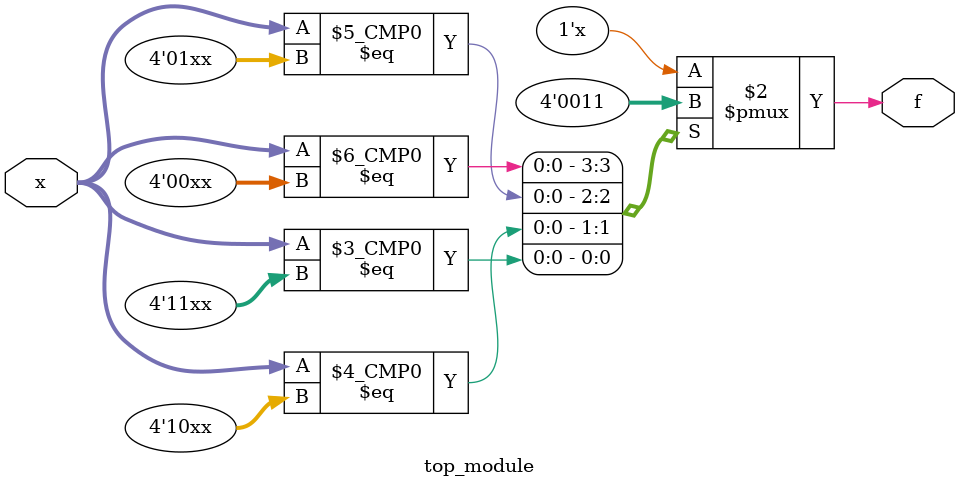
<source format=sv>
module top_module (
    input [4:1] x,
    output logic f
);
	
	always_comb begin
		case (x)
			4'b00xx: f = 0;   // x[1]=0, x[2]=0
			4'b01xx: f = 0;   // x[1]=0, x[2]=1
			4'b10xx: f = 1;   // x[1]=1, x[2]=0
			4'b11xx: f = 1;   // x[1]=1, x[2]=1
			default: f = 0;   // for don't care cases
		endcase
	end
	
endmodule

</source>
